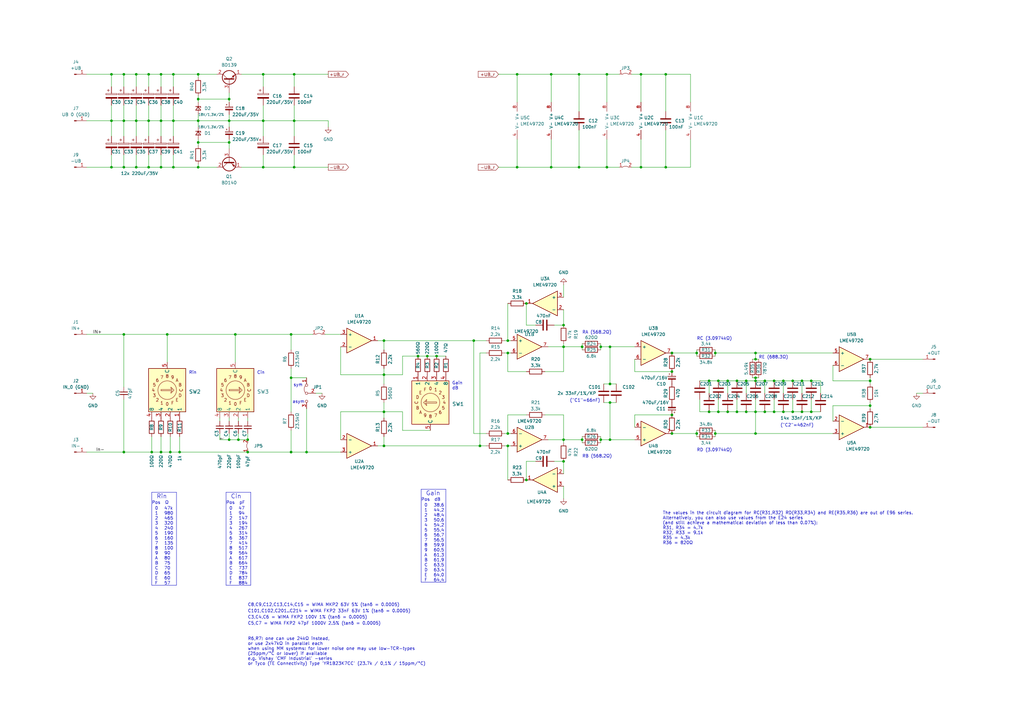
<source format=kicad_sch>
(kicad_sch (version 20231120) (generator "eeschema") (generator_version "8.0")
  (paper "A3")
  (title_block (title "Phono-Preamp: \"Sound Of Silence\" (WIMA Edition)") (rev "1.0.1") (comment 1 "PCB is not the original -> but like the original = exactly the same component placement") (comment 2 "1 layer PCB / all THT components"))
  (lib_symbols
    (symbol "Connector:Conn_01x01_Male" (pin_names (offset 1.016) hide)
      (property "Reference" "J" (at 0 2.54 0))
      (property "Value" "Conn_01x01_Male" (at 0 -2.54 0))
      (symbol "Conn_01x01_Male_1_1"
        (pin passive line (at 5.08 0 180) (length 3.81) (name "Pin_1") (number "1"))
      )
    )
    (symbol "Device:C" (pin_numbers hide) (pin_names (offset 0.254))
      (property "Reference" "C" (at 0.635 2.54 0))
      (property "Value" "C" (at 0.635 -2.54 0))
      (symbol "C_1_1"
        (pin passive line (at 0 3.81 270) (length 2.794) (name "~") (number "1"))
        (pin passive line (at 0 -3.81 90) (length 2.794) (name "~") (number "2"))
      )
    )
    (symbol "Device:C_Polarized" (pin_numbers hide) (pin_names (offset 0.254))
      (property "Reference" "C" (at 0.635 2.54 0))
      (property "Value" "C_Polarized" (at 0.635 -2.54 0))
      (symbol "C_Polarized_1_1"
        (pin passive line (at 0 3.81 270) (length 2.794) (name "~") (number "1"))
        (pin passive line (at 0 -3.81 90) (length 2.794) (name "~") (number "2"))
      )
    )
    (symbol "Device:C_Polarized_Small" (pin_numbers hide) (pin_names (offset 0.254) hide)
      (property "Reference" "C" (at 0.254 1.778 0))
      (property "Value" "C_Polarized_Small" (at 0.254 -2.032 0))
      (symbol "C_Polarized_Small_1_1"
        (pin passive line (at 0 2.54 270) (length 1.8542) (name "~") (number "1"))
        (pin passive line (at 0 -2.54 90) (length 1.8542) (name "~") (number "2"))
      )
    )
    (symbol "Device:C_Small" (pin_numbers hide) (pin_names (offset 0.254) hide)
      (property "Reference" "C" (at 0.254 1.778 0))
      (property "Value" "C_Small" (at 0.254 -2.032 0))
      (symbol "C_Small_1_1"
        (pin passive line (at 0 2.54 270) (length 2.032) (name "~") (number "1"))
        (pin passive line (at 0 -2.54 90) (length 2.032) (name "~") (number "2"))
      )
    )
    (symbol "Device:D_Zener_Small" (pin_numbers hide) (pin_names (offset 0.254) hide)
      (property "Reference" "D" (at 0 2.286 0))
      (property "Value" "D_Zener_Small" (at 0 -2.286 0))
      (symbol "D_Zener_Small_1_1"
        (pin passive line (at -2.54 0 0) (length 1.778) (name "K") (number "1"))
        (pin passive line (at 2.54 0 180) (length 1.778) (name "A") (number "2"))
      )
    )
    (symbol "Device:Opamp_Dual"
      (property "Reference" "U" (at 0 5.08 0))
      (property "Value" "Opamp_Dual" (at 0 -5.08 0))
      (symbol "Opamp_Dual_1_1"
        (pin output line (at 7.62 0 180) (length 2.54) (name "~") (number "1"))
        (pin input line (at -7.62 -2.54 0) (length 2.54) (name "-") (number "2"))
        (pin input line (at -7.62 2.54 0) (length 2.54) (name "+") (number "3"))
      )
      (symbol "Opamp_Dual_2_1"
        (pin input line (at -7.62 2.54 0) (length 2.54) (name "+") (number "5"))
        (pin input line (at -7.62 -2.54 0) (length 2.54) (name "-") (number "6"))
        (pin output line (at 7.62 0 180) (length 2.54) (name "~") (number "7"))
      )
      (symbol "Opamp_Dual_3_1"
        (pin power_in line (at -2.54 -7.62 90) (length 3.81) (name "V-") (number "4"))
        (pin power_in line (at -2.54 7.62 270) (length 3.81) (name "V+") (number "8"))
      )
    )
    (symbol "Device:R" (pin_numbers hide) (pin_names (offset 0))
      (property "Reference" "R" (at 2.032 0 90))
      (property "Value" "R" (at 0 0 90))
      (symbol "R_1_1"
        (pin passive line (at 0 3.81 270) (length 1.27) (name "~") (number "1"))
        (pin passive line (at 0 -3.81 90) (length 1.27) (name "~") (number "2"))
      )
    )
    (symbol "Jumper:Jumper_3_Bridged12" (pin_names (offset 0) hide)
      (property "Reference" "JP" (at -2.54 -2.54 0))
      (property "Value" "Jumper_3_Bridged12" (at 0 2.794 0))
      (symbol "Jumper_3_Bridged12_1_1"
        (pin passive line (at -6.35 0 0) (length 2.54) (name "A") (number "1"))
        (pin input line (at 0 -3.81 90) (length 2.54) (name "C") (number "2"))
        (pin passive line (at 6.35 0 180) (length 2.54) (name "B") (number "3"))
      )
    )
    (symbol "Transistor_BJT:BD139" (pin_names (offset 0) hide)
      (property "Reference" "Q" (at 5.08 1.905 0))
      (property "Value" "BD139" (at 5.08 0 0))
      (symbol "BD139_1_1"
        (pin passive line (at 2.54 -5.08 90) (length 2.54) (name "E") (number "1"))
        (pin passive line (at 2.54 5.08 270) (length 2.54) (name "C") (number "2"))
        (pin input line (at -5.08 0 0) (length 5.08) (name "B") (number "3"))
      )
    )
    (symbol "Transistor_BJT:BD140" (pin_names (offset 0) hide)
      (property "Reference" "Q" (at 5.08 1.905 0))
      (property "Value" "BD140" (at 5.08 0 0))
      (symbol "BD140_1_1"
        (pin passive line (at 2.54 -5.08 90) (length 2.54) (name "E") (number "1"))
        (pin passive line (at 2.54 5.08 270) (length 2.54) (name "C") (number "2"))
        (pin input line (at -5.08 0 0) (length 5.08) (name "B") (number "3"))
      )
    )
    (symbol "analoghifi:DRS4010" (pin_names (offset 0.254))
      (property "Reference" "SW" (at 0 13.97 0))
      (property "Value" "DRS4010" (at 0 11.43 0))
      (symbol "DRS4010_0_0"
        (text "0" (at 5.715 0 2700) (effects (font (size 1.27 1.27))))
        (text "1" (at 5.2832 -2.1844 2475) (effects (font (size 1.27 1.27))))
        (text "2" (at 4.0386 -4.0386 2250) (effects (font (size 1.27 1.27))))
        (text "3" (at 2.1844 -5.2832 2025) (effects (font (size 1.27 1.27))))
        (text "4" (at 0 -5.715 1800) (effects (font (size 1.27 1.27))))
        (text "5" (at -2.1844 -5.2832 1575) (effects (font (size 1.27 1.27))))
        (text "6" (at -4.0386 -4.0386 1350) (effects (font (size 1.27 1.27))))
        (text "7" (at -5.2832 -2.1844 1125) (effects (font (size 1.27 1.27))))
        (text "8" (at -5.715 0 900) (effects (font (size 1.27 1.27))))
        (text "9" (at -5.2832 2.1844 675) (effects (font (size 1.27 1.27))))
        (text "A" (at -4.0386 4.0386 450) (effects (font (size 1.27 1.27))))
        (text "B" (at -2.1844 5.2832 225) (effects (font (size 1.27 1.27))))
        (text "C" (at 0 5.715 0) (effects (font (size 1.27 1.27))))
        (text "D" (at 2.1844 5.2832 3375) (effects (font (size 1.27 1.27))))
        (text "E" (at 4.0386 4.0386 3150) (effects (font (size 1.27 1.27))))
        (text "F" (at 5.2832 2.1844 2925) (effects (font (size 1.27 1.27))))
      )
      (symbol "DRS4010_1_1"
        (pin unspecified line (at 11.43 5.08 180) (length 2.54) (name "1") (number "1"))
        (pin unspecified line (at 11.43 1.27 180) (length 2.54) (name "2") (number "2"))
        (pin unspecified line (at 11.43 -2.54 180) (length 2.54) (name "4") (number "3"))
        (pin unspecified line (at 11.43 -6.35 180) (length 2.54) (name "8") (number "4"))
        (pin unspecified line (at -11.43 0 0) (length 2.54) (name "C") (number "5"))
      )
    )
    (symbol "analoghifi:Jumper_2_Bridged" (pin_names (offset 0) hide)
      (property "Reference" "JP" (at 0 1.905 0))
      (property "Value" "Jumper_2_Bridged" (at 0 -2.54 0))
      (symbol "Jumper_2_Bridged_1_1"
        (pin passive line (at -2.54 0 0) (length 1.27) (name "A") (number "1"))
        (pin passive line (at 2.54 0 180) (length 1.27) (name "B") (number "2"))
      )
    )
    (symbol "power:GND" (power) (pin_names (offset 0))
      (property "Value" "GND" (at 0 -3.81 0))
      (symbol "GND_1_1"
        (pin power_in line (at 0 0 270) (length 0) hide (name "GND") (number "1"))
      )
    )
  )
  (junction (at 62.23 185.42))
  (junction (at 81.28 40.64))
  (junction (at 119.38 137.16))
  (junction (at 313.69 156.21))
  (junction (at 101.6 185.42))
  (junction (at 231.14 180.34))
  (junction (at 45.72 30.48))
  (junction (at 119.38 185.42))
  (junction (at 237.49 30.48))
  (junction (at 93.98 49.53))
  (junction (at 81.28 30.48))
  (junction (at 237.49 68.58))
  (junction (at 309.88 147.32))
  (junction (at 157.48 182.88))
  (junction (at 120.65 30.48))
  (junction (at 285.75 144.78))
  (junction (at 317.5 156.21))
  (junction (at 332.74 168.91))
  (junction (at 250.19 157.48))
  (junction (at 66.04 68.58))
  (junction (at 262.89 30.48))
  (junction (at 69.85 185.42))
  (junction (at 157.48 153.67))
  (junction (at 175.26 146.05))
  (junction (at 293.37 177.8))
  (junction (at 120.65 49.53))
  (junction (at 208.28 177.8))
  (junction (at 275.59 170.18))
  (junction (at 208.28 182.88))
  (junction (at 60.96 68.58))
  (junction (at 66.04 185.42))
  (junction (at 215.9 124.46))
  (junction (at 50.8 68.58))
  (junction (at 194.31 139.7))
  (junction (at 309.88 168.91))
  (junction (at 293.37 144.78))
  (junction (at 120.65 68.58))
  (junction (at 250.19 180.34))
  (junction (at 317.5 168.91))
  (junction (at 119.38 154.94))
  (junction (at 294.64 156.21))
  (junction (at 81.28 68.58))
  (junction (at 306.07 156.21))
  (junction (at 45.72 68.58))
  (junction (at 93.98 180.34))
  (junction (at 309.88 177.8))
  (junction (at 231.14 133.35))
  (junction (at 97.79 180.34))
  (junction (at 157.48 139.7))
  (junction (at 248.92 30.48))
  (junction (at 107.95 68.58))
  (junction (at 275.59 152.4))
  (junction (at 325.12 156.21))
  (junction (at 208.28 144.78))
  (junction (at 68.58 137.16))
  (junction (at 55.88 30.48))
  (junction (at 309.88 154.94))
  (junction (at 302.26 168.91))
  (junction (at 250.19 165.1))
  (junction (at 107.95 49.53))
  (junction (at 238.76 180.34))
  (junction (at 55.88 68.58))
  (junction (at 226.06 68.58))
  (junction (at 208.28 139.7))
  (junction (at 328.93 156.21))
  (junction (at 321.31 156.21))
  (junction (at 246.38 180.34))
  (junction (at 73.66 185.42))
  (junction (at 356.87 147.32))
  (junction (at 273.05 30.48))
  (junction (at 107.95 30.48))
  (junction (at 294.64 168.91))
  (junction (at 356.87 166.37))
  (junction (at 71.12 30.48))
  (junction (at 60.96 30.48))
  (junction (at 157.48 168.91))
  (junction (at 309.88 156.21))
  (junction (at 321.31 168.91))
  (junction (at 50.8 30.48))
  (junction (at 306.07 168.91))
  (junction (at 50.8 49.53))
  (junction (at 45.72 49.53))
  (junction (at 60.96 49.53))
  (junction (at 55.88 49.53))
  (junction (at 66.04 49.53))
  (junction (at 231.14 142.24))
  (junction (at 81.28 49.53))
  (junction (at 298.45 168.91))
  (junction (at 93.98 40.64))
  (junction (at 332.74 156.21))
  (junction (at 215.9 196.85))
  (junction (at 171.45 146.05))
  (junction (at 96.52 137.16))
  (junction (at 273.05 68.58))
  (junction (at 250.19 142.24))
  (junction (at 298.45 156.21))
  (junction (at 125.73 185.42))
  (junction (at 71.12 68.58))
  (junction (at 71.12 49.53))
  (junction (at 81.28 58.42))
  (junction (at 238.76 142.24))
  (junction (at 212.09 68.58))
  (junction (at 325.12 168.91))
  (junction (at 196.85 182.88))
  (junction (at 262.89 68.58))
  (junction (at 309.88 144.78))
  (junction (at 313.69 168.91))
  (junction (at 226.06 30.48))
  (junction (at 356.87 175.26))
  (junction (at 248.92 68.58))
  (junction (at 93.98 58.42))
  (junction (at 179.07 146.05))
  (junction (at 246.38 142.24))
  (junction (at 101.6 180.34))
  (junction (at 66.04 30.48))
  (junction (at 275.59 177.8))
  (junction (at 50.8 185.42))
  (junction (at 275.59 144.78))
  (junction (at 212.09 30.48))
  (junction (at 328.93 168.91))
  (junction (at 231.14 189.23))
  (junction (at 285.75 177.8))
  (junction (at 302.26 156.21))
  (junction (at 290.83 168.91))
  (junction (at 50.8 137.16))
  (junction (at 290.83 156.21))
  (junction (at 356.87 156.21))
  (wire (pts (xy 273.05 53.34) (xy 273.05 68.58)))
  (wire (pts (xy 66.04 49.53) (xy 66.04 55.88)))
  (wire (pts (xy 259.08 68.58) (xy 262.89 68.58)))
  (wire (pts (xy 66.04 63.5) (xy 66.04 68.58)))
  (wire (pts (xy 66.04 185.42) (xy 69.85 185.42)))
  (wire (pts (xy 194.31 139.7) (xy 194.31 177.8)))
  (wire (pts (xy 81.28 67.31) (xy 81.28 68.58)))
  (wire (pts (xy 238.76 142.24) (xy 231.14 142.24)))
  (wire (pts (xy 306.07 168.91) (xy 309.88 168.91)))
  (wire (pts (xy 194.31 139.7) (xy 199.39 139.7)))
  (wire (pts (xy 293.37 177.8) (xy 309.88 177.8)))
  (wire (pts (xy 231.14 199.39) (xy 231.14 204.47)))
  (wire (pts (xy 309.88 144.78) (xy 309.88 147.32)))
  (wire (pts (xy 293.37 144.78) (xy 293.37 146.05)))
  (wire (pts (xy 97.79 180.34) (xy 93.98 180.34)))
  (wire (pts (xy 275.59 152.4) (xy 260.35 152.4)))
  (wire (pts (xy 356.87 147.32) (xy 378.46 147.32)))
  (wire (pts (xy 81.28 30.48) (xy 81.28 31.75)))
  (wire (pts (xy 308.61 154.94) (xy 309.88 154.94)))
  (wire (pts (xy 107.95 49.53) (xy 120.65 49.53)))
  (wire (pts (xy 157.48 168.91) (xy 139.7 168.91)))
  (wire (pts (xy 165.1 146.05) (xy 165.1 153.67)))
  (wire (pts (xy 66.04 49.53) (xy 71.12 49.53)))
  (wire (pts (xy 207.01 139.7) (xy 208.28 139.7)))
  (wire (pts (xy 207.01 182.88) (xy 208.28 182.88)))
  (wire (pts (xy 306.07 156.21) (xy 306.07 161.29)))
  (wire (pts (xy 119.38 137.16) (xy 128.27 137.16)))
  (wire (pts (xy 97.79 177.8) (xy 97.79 180.34)))
  (wire (pts (xy 309.88 154.94) (xy 309.88 156.21)))
  (wire (pts (xy 165.1 153.67) (xy 157.48 153.67)))
  (wire (pts (xy 356.87 156.21) (xy 341.63 156.21)))
  (wire (pts (xy 119.38 151.13) (xy 119.38 154.94)))
  (wire (pts (xy 107.95 68.58) (xy 120.65 68.58)))
  (polyline (pts (xy 92.71 201.93) (xy 102.87 201.93)) (stroke (width 0) (type solid)))
  (wire (pts (xy 119.38 154.94) (xy 119.38 168.91)))
  (wire (pts (xy 313.69 156.21) (xy 317.5 156.21)))
  (wire (pts (xy 81.28 30.48) (xy 88.9 30.48)))
  (wire (pts (xy 93.98 177.8) (xy 93.98 180.34)))
  (wire (pts (xy 321.31 156.21) (xy 321.31 161.29)))
  (wire (pts (xy 341.63 156.21) (xy 341.63 149.86)))
  (wire (pts (xy 66.04 68.58) (xy 71.12 68.58)))
  (wire (pts (xy 45.72 49.53) (xy 50.8 49.53)))
  (wire (pts (xy 208.28 170.18) (xy 208.28 177.8)))
  (wire (pts (xy 60.96 68.58) (xy 66.04 68.58)))
  (wire (pts (xy 208.28 182.88) (xy 208.28 196.85)))
  (wire (pts (xy 309.88 147.32) (xy 308.61 147.32)))
  (wire (pts (xy 199.39 177.8) (xy 194.31 177.8)))
  (wire (pts (xy 55.88 49.53) (xy 55.88 55.88)))
  (wire (pts (xy 69.85 179.07) (xy 69.85 185.42)))
  (wire (pts (xy 231.14 152.4) (xy 223.52 152.4)))
  (wire (pts (xy 298.45 156.21) (xy 298.45 161.29)))
  (wire (pts (xy 302.26 156.21) (xy 306.07 156.21)))
  (wire (pts (xy 294.64 168.91) (xy 298.45 168.91)))
  (wire (pts (xy 248.92 30.48) (xy 248.92 41.91)))
  (wire (pts (xy 227.33 133.35) (xy 231.14 133.35)))
  (wire (pts (xy 375.92 161.29) (xy 378.46 161.29)))
  (wire (pts (xy 134.62 49.53) (xy 134.62 52.07)))
  (wire (pts (xy 165.1 176.53) (xy 176.53 176.53)))
  (wire (pts (xy 35.56 185.42) (xy 50.8 185.42)))
  (wire (pts (xy 231.14 121.92) (xy 231.14 116.84)))
  (wire (pts (xy 237.49 53.34) (xy 237.49 68.58)))
  (wire (pts (xy 285.75 143.51) (xy 285.75 144.78)))
  (wire (pts (xy 165.1 168.91) (xy 157.48 168.91)))
  (wire (pts (xy 298.45 156.21) (xy 302.26 156.21)))
  (wire (pts (xy 139.7 153.67) (xy 139.7 142.24)))
  (wire (pts (xy 157.48 165.1) (xy 157.48 168.91)))
  (polyline (pts (xy 182.88 238.76) (xy 182.88 200.66)) (stroke (width 0) (type solid)))
  (wire (pts (xy 35.56 30.48) (xy 45.72 30.48)))
  (wire (pts (xy 93.98 49.53) (xy 107.95 49.53)))
  (wire (pts (xy 238.76 140.97) (xy 238.76 142.24)))
  (wire (pts (xy 90.17 177.8) (xy 90.17 180.34)))
  (wire (pts (xy 50.8 163.83) (xy 50.8 185.42)))
  (wire (pts (xy 302.26 163.83) (xy 302.26 168.91)))
  (wire (pts (xy 73.66 179.07) (xy 73.66 185.42)))
  (wire (pts (xy 179.07 146.05) (xy 182.88 146.05)))
  (wire (pts (xy 50.8 63.5) (xy 50.8 68.58)))
  (wire (pts (xy 226.06 30.48) (xy 226.06 41.91)))
  (wire (pts (xy 120.65 30.48) (xy 120.65 35.56)))
  (wire (pts (xy 60.96 30.48) (xy 66.04 30.48)))
  (wire (pts (xy 238.76 142.24) (xy 238.76 143.51)))
  (wire (pts (xy 45.72 49.53) (xy 45.72 55.88)))
  (wire (pts (xy 68.58 137.16) (xy 96.52 137.16)))
  (wire (pts (xy 62.23 185.42) (xy 66.04 185.42)))
  (wire (pts (xy 154.94 182.88) (xy 157.48 182.88)))
  (wire (pts (xy 171.45 146.05) (xy 175.26 146.05)))
  (wire (pts (xy 50.8 49.53) (xy 50.8 55.88)))
  (wire (pts (xy 81.28 46.99) (xy 81.28 49.53)))
  (wire (pts (xy 71.12 68.58) (xy 81.28 68.58)))
  (wire (pts (xy 60.96 49.53) (xy 66.04 49.53)))
  (wire (pts (xy 204.47 68.58) (xy 212.09 68.58)))
  (wire (pts (xy 285.75 177.8) (xy 285.75 179.07)))
  (wire (pts (xy 157.48 153.67) (xy 157.48 157.48)))
  (wire (pts (xy 248.92 68.58) (xy 254 68.58)))
  (wire (pts (xy 247.65 165.1) (xy 250.19 165.1)))
  (wire (pts (xy 66.04 179.07) (xy 66.04 185.42)))
  (wire (pts (xy 119.38 176.53) (xy 119.38 185.42)))
  (wire (pts (xy 328.93 168.91) (xy 332.74 168.91)))
  (wire (pts (xy 50.8 137.16) (xy 68.58 137.16)))
  (wire (pts (xy 321.31 168.91) (xy 325.12 168.91)))
  (wire (pts (xy 325.12 168.91) (xy 328.93 168.91)))
  (wire (pts (xy 93.98 38.1) (xy 93.98 40.64)))
  (wire (pts (xy 55.88 49.53) (xy 60.96 49.53)))
  (wire (pts (xy 238.76 180.34) (xy 238.76 181.61)))
  (wire (pts (xy 231.14 180.34) (xy 238.76 180.34)))
  (wire (pts (xy 215.9 124.46) (xy 215.9 133.35)))
  (wire (pts (xy 356.87 175.26) (xy 378.46 175.26)))
  (wire (pts (xy 35.56 49.53) (xy 45.72 49.53)))
  (wire (pts (xy 45.72 30.48) (xy 45.72 35.56)))
  (wire (pts (xy 246.38 179.07) (xy 246.38 180.34)))
  (wire (pts (xy 332.74 168.91) (xy 336.55 168.91)))
  (wire (pts (xy 55.88 43.18) (xy 55.88 49.53)))
  (wire (pts (xy 68.58 137.16) (xy 68.58 148.59)))
  (wire (pts (xy 71.12 30.48) (xy 81.28 30.48)))
  (wire (pts (xy 273.05 30.48) (xy 273.05 45.72)))
  (wire (pts (xy 35.56 137.16) (xy 50.8 137.16)))
  (wire (pts (xy 93.98 57.15) (xy 93.98 58.42)))
  (wire (pts (xy 71.12 43.18) (xy 71.12 49.53)))
  (wire (pts (xy 273.05 30.48) (xy 283.21 30.48)))
  (wire (pts (xy 290.83 168.91) (xy 294.64 168.91)))
  (wire (pts (xy 224.79 142.24) (xy 231.14 142.24)))
  (wire (pts (xy 107.95 30.48) (xy 120.65 30.48)))
  (wire (pts (xy 207.01 177.8) (xy 208.28 177.8)))
  (wire (pts (xy 231.14 180.34) (xy 231.14 181.61)))
  (wire (pts (xy 81.28 68.58) (xy 88.9 68.58)))
  (wire (pts (xy 231.14 189.23) (xy 227.33 189.23)))
  (wire (pts (xy 237.49 30.48) (xy 248.92 30.48)))
  (wire (pts (xy 35.56 68.58) (xy 45.72 68.58)))
  (wire (pts (xy 237.49 68.58) (xy 248.92 68.58)))
  (wire (pts (xy 101.6 180.34) (xy 97.79 180.34)))
  (wire (pts (xy 50.8 68.58) (xy 55.88 68.58)))
  (wire (pts (xy 311.15 147.32) (xy 309.88 147.32)))
  (wire (pts (xy 212.09 57.15) (xy 212.09 68.58)))
  (wire (pts (xy 157.48 168.91) (xy 157.48 171.45)))
  (wire (pts (xy 275.59 144.78) (xy 285.75 144.78)))
  (wire (pts (xy 309.88 168.91) (xy 313.69 168.91)))
  (wire (pts (xy 231.14 170.18) (xy 231.14 180.34)))
  (wire (pts (xy 212.09 30.48) (xy 226.06 30.48)))
  (wire (pts (xy 302.26 168.91) (xy 306.07 168.91)))
  (wire (pts (xy 250.19 165.1) (xy 252.73 165.1)))
  (wire (pts (xy 129.54 161.29) (xy 132.08 161.29)))
  (wire (pts (xy 226.06 68.58) (xy 237.49 68.58)))
  (wire (pts (xy 93.98 58.42) (xy 93.98 60.96)))
  (wire (pts (xy 157.48 139.7) (xy 194.31 139.7)))
  (wire (pts (xy 317.5 163.83) (xy 317.5 168.91)))
  (wire (pts (xy 69.85 185.42) (xy 73.66 185.42)))
  (wire (pts (xy 107.95 49.53) (xy 107.95 55.88)))
  (wire (pts (xy 317.5 168.91) (xy 321.31 168.91)))
  (wire (pts (xy 157.48 182.88) (xy 157.48 179.07)))
  (wire (pts (xy 356.87 156.21) (xy 356.87 157.48)))
  (wire (pts (xy 260.35 170.18) (xy 260.35 175.26)))
  (wire (pts (xy 60.96 43.18) (xy 60.96 49.53)))
  (wire (pts (xy 250.19 157.48) (xy 252.73 157.48)))
  (wire (pts (xy 325.12 156.21) (xy 328.93 156.21)))
  (wire (pts (xy 154.94 139.7) (xy 157.48 139.7)))
  (polyline (pts (xy 62.23 201.93) (xy 62.23 240.03)) (stroke (width 0) (type solid)))
  (wire (pts (xy 35.56 161.29) (xy 38.1 161.29)))
  (polyline (pts (xy 92.71 240.03) (xy 102.87 240.03)) (stroke (width 0) (type solid)))
  (wire (pts (xy 309.88 154.94) (xy 311.15 154.94)))
  (wire (pts (xy 157.48 182.88) (xy 196.85 182.88)))
  (wire (pts (xy 208.28 144.78) (xy 208.28 152.4)))
  (wire (pts (xy 157.48 139.7) (xy 157.48 143.51)))
  (wire (pts (xy 208.28 152.4) (xy 215.9 152.4)))
  (wire (pts (xy 262.89 30.48) (xy 262.89 41.91)))
  (wire (pts (xy 107.95 30.48) (xy 107.95 35.56)))
  (wire (pts (xy 356.87 166.37) (xy 356.87 167.64)))
  (wire (pts (xy 260.35 152.4) (xy 260.35 147.32)))
  (wire (pts (xy 120.65 49.53) (xy 120.65 55.88)))
  (wire (pts (xy 283.21 68.58) (xy 283.21 57.15)))
  (wire (pts (xy 101.6 172.72) (xy 101.6 171.45)))
  (wire (pts (xy 55.88 30.48) (xy 60.96 30.48)))
  (wire (pts (xy 262.89 57.15) (xy 262.89 68.58)))
  (wire (pts (xy 125.73 185.42) (xy 139.7 185.42)))
  (wire (pts (xy 60.96 30.48) (xy 60.96 35.56)))
  (wire (pts (xy 93.98 172.72) (xy 93.98 171.45)))
  (wire (pts (xy 45.72 63.5) (xy 45.72 68.58)))
  (wire (pts (xy 208.28 182.88) (xy 209.55 182.88)))
  (wire (pts (xy 298.45 168.91) (xy 302.26 168.91)))
  (wire (pts (xy 293.37 143.51) (xy 293.37 144.78)))
  (wire (pts (xy 321.31 156.21) (xy 325.12 156.21)))
  (wire (pts (xy 45.72 30.48) (xy 50.8 30.48)))
  (wire (pts (xy 246.38 180.34) (xy 250.19 180.34)))
  (wire (pts (xy 81.28 58.42) (xy 93.98 58.42)))
  (wire (pts (xy 81.28 40.64) (xy 81.28 41.91)))
  (wire (pts (xy 50.8 30.48) (xy 50.8 35.56)))
  (wire (pts (xy 165.1 146.05) (xy 171.45 146.05)))
  (wire (pts (xy 66.04 30.48) (xy 66.04 35.56)))
  (wire (pts (xy 262.89 68.58) (xy 273.05 68.58)))
  (wire (pts (xy 309.88 163.83) (xy 309.88 168.91)))
  (wire (pts (xy 223.52 170.18) (xy 231.14 170.18)))
  (wire (pts (xy 309.88 156.21) (xy 313.69 156.21)))
  (wire (pts (xy 157.48 153.67) (xy 139.7 153.67)))
  (wire (pts (xy 73.66 185.42) (xy 101.6 185.42)))
  (wire (pts (xy 231.14 140.97) (xy 231.14 142.24)))
  (wire (pts (xy 97.79 172.72) (xy 97.79 171.45)))
  (wire (pts (xy 219.71 189.23) (xy 215.9 189.23)))
  (wire (pts (xy 290.83 156.21) (xy 294.64 156.21)))
  (wire (pts (xy 250.19 142.24) (xy 260.35 142.24)))
  (wire (pts (xy 238.76 179.07) (xy 238.76 180.34)))
  (wire (pts (xy 208.28 177.8) (xy 209.55 177.8)))
  (wire (pts (xy 207.01 144.78) (xy 208.28 144.78)))
  (wire (pts (xy 204.47 30.48) (xy 212.09 30.48)))
  (wire (pts (xy 66.04 43.18) (xy 66.04 49.53)))
  (wire (pts (xy 93.98 180.34) (xy 90.17 180.34)))
  (wire (pts (xy 231.14 133.35) (xy 231.14 127)))
  (wire (pts (xy 90.17 172.72) (xy 90.17 171.45)))
  (polyline (pts (xy 172.72 238.76) (xy 182.88 238.76)) (stroke (width 0) (type solid)))
  (wire (pts (xy 250.19 165.1) (xy 250.19 180.34)))
  (wire (pts (xy 175.26 146.05) (xy 179.07 146.05)))
  (wire (pts (xy 262.89 30.48) (xy 273.05 30.48)))
  (polyline (pts (xy 72.39 240.03) (xy 72.39 201.93)) (stroke (width 0) (type solid)))
  (wire (pts (xy 356.87 165.1) (xy 356.87 166.37)))
  (wire (pts (xy 208.28 124.46) (xy 208.28 139.7)))
  (wire (pts (xy 165.1 176.53) (xy 165.1 168.91)))
  (wire (pts (xy 120.65 43.18) (xy 120.65 49.53)))
  (wire (pts (xy 45.72 68.58) (xy 50.8 68.58)))
  (wire (pts (xy 93.98 46.99) (xy 93.98 49.53)))
  (wire (pts (xy 50.8 185.42) (xy 62.23 185.42)))
  (wire (pts (xy 275.59 177.8) (xy 285.75 177.8)))
  (wire (pts (xy 328.93 156.21) (xy 332.74 156.21)))
  (wire (pts (xy 50.8 137.16) (xy 50.8 158.75)))
  (wire (pts (xy 199.39 144.78) (xy 196.85 144.78)))
  (wire (pts (xy 287.02 163.83) (xy 287.02 168.91)))
  (wire (pts (xy 294.64 163.83) (xy 294.64 168.91)))
  (wire (pts (xy 125.73 154.94) (xy 119.38 154.94)))
  (wire (pts (xy 107.95 63.5) (xy 107.95 68.58)))
  (polyline (pts (xy 62.23 201.93) (xy 72.39 201.93)) (stroke (width 0) (type solid)))
  (wire (pts (xy 119.38 185.42) (xy 125.73 185.42)))
  (wire (pts (xy 107.95 43.18) (xy 107.95 49.53)))
  (wire (pts (xy 208.28 139.7) (xy 209.55 139.7)))
  (wire (pts (xy 55.88 30.48) (xy 55.88 35.56)))
  (wire (pts (xy 50.8 49.53) (xy 55.88 49.53)))
  (wire (pts (xy 62.23 179.07) (xy 62.23 185.42)))
  (wire (pts (xy 287.02 156.21) (xy 290.83 156.21)))
  (wire (pts (xy 332.74 163.83) (xy 332.74 168.91)))
  (wire (pts (xy 215.9 170.18) (xy 208.28 170.18)))
  (wire (pts (xy 71.12 30.48) (xy 71.12 35.56)))
  (wire (pts (xy 66.04 30.48) (xy 71.12 30.48)))
  (wire (pts (xy 133.35 137.16) (xy 139.7 137.16)))
  (wire (pts (xy 247.65 157.48) (xy 250.19 157.48)))
  (wire (pts (xy 125.73 167.64) (xy 125.73 185.42)))
  (wire (pts (xy 237.49 30.48) (xy 237.49 45.72)))
  (wire (pts (xy 93.98 40.64) (xy 93.98 41.91)))
  (wire (pts (xy 283.21 30.48) (xy 283.21 41.91)))
  (wire (pts (xy 246.38 142.24) (xy 246.38 143.51)))
  (wire (pts (xy 157.48 151.13) (xy 157.48 153.67)))
  (wire (pts (xy 208.28 144.78) (xy 209.55 144.78)))
  (wire (pts (xy 119.38 137.16) (xy 119.38 143.51)))
  (wire (pts (xy 60.96 49.53) (xy 60.96 55.88)))
  (wire (pts (xy 71.12 63.5) (xy 71.12 68.58)))
  (wire (pts (xy 341.63 166.37) (xy 341.63 172.72)))
  (wire (pts (xy 313.69 168.91) (xy 317.5 168.91)))
  (wire (pts (xy 259.08 30.48) (xy 262.89 30.48)))
  (wire (pts (xy 71.12 49.53) (xy 81.28 49.53)))
  (wire (pts (xy 71.12 49.53) (xy 71.12 55.88)))
  (wire (pts (xy 120.65 49.53) (xy 134.62 49.53)))
  (wire (pts (xy 287.02 168.91) (xy 290.83 168.91)))
  (wire (pts (xy 81.28 49.53) (xy 93.98 49.53)))
  (wire (pts (xy 212.09 30.48) (xy 212.09 41.91)))
  (wire (pts (xy 215.9 189.23) (xy 215.9 196.85)))
  (wire (pts (xy 212.09 68.58) (xy 226.06 68.58)))
  (wire (pts (xy 246.38 180.34) (xy 246.38 181.61)))
  (wire (pts (xy 309.88 177.8) (xy 341.63 177.8)))
  (wire (pts (xy 231.14 152.4) (xy 231.14 142.24)))
  (wire (pts (xy 81.28 49.53) (xy 81.28 52.07)))
  (wire (pts (xy 101.6 185.42) (xy 119.38 185.42)))
  (wire (pts (xy 275.59 170.18) (xy 260.35 170.18)))
  (wire (pts (xy 93.98 49.53) (xy 93.98 52.07)))
  (wire (pts (xy 356.87 166.37) (xy 341.63 166.37)))
  (wire (pts (xy 120.65 30.48) (xy 134.62 30.48)))
  (wire (pts (xy 45.72 43.18) (xy 45.72 49.53)))
  (wire (pts (xy 120.65 68.58) (xy 134.62 68.58)))
  (wire (pts (xy 60.96 63.5) (xy 60.96 68.58)))
  (wire (pts (xy 325.12 163.83) (xy 325.12 168.91)))
  (polyline (pts (xy 172.72 200.66) (xy 172.72 238.76)) (stroke (width 0) (type solid)))
  (wire (pts (xy 313.69 156.21) (xy 313.69 161.29)))
  (wire (pts (xy 224.79 180.34) (xy 231.14 180.34)))
  (wire (pts (xy 196.85 144.78) (xy 196.85 182.88)))
  (wire (pts (xy 55.88 63.5) (xy 55.88 68.58)))
  (wire (pts (xy 294.64 156.21) (xy 298.45 156.21)))
  (wire (pts (xy 139.7 168.91) (xy 139.7 180.34)))
  (wire (pts (xy 81.28 40.64) (xy 93.98 40.64)))
  (wire (pts (xy 120.65 63.5) (xy 120.65 68.58)))
  (wire (pts (xy 285.75 144.78) (xy 285.75 146.05)))
  (wire (pts (xy 293.37 177.8) (xy 293.37 179.07)))
  (wire (pts (xy 290.83 156.21) (xy 290.83 161.29)))
  (wire (pts (xy 293.37 176.53) (xy 293.37 177.8)))
  (wire (pts (xy 328.93 156.21) (xy 328.93 161.29)))
  (wire (pts (xy 309.88 168.91) (xy 309.88 177.8)))
  (polyline (pts (xy 62.23 240.03) (xy 72.39 240.03)) (stroke (width 0) (type solid)))
  (wire (pts (xy 336.55 156.21) (xy 332.74 156.21)))
  (polyline (pts (xy 92.71 201.93) (xy 92.71 240.03)) (stroke (width 0) (type solid)))
  (wire (pts (xy 215.9 133.35) (xy 219.71 133.35)))
  (wire (pts (xy 50.8 43.18) (xy 50.8 49.53)))
  (wire (pts (xy 99.06 68.58) (xy 107.95 68.58)))
  (wire (pts (xy 336.55 161.29) (xy 336.55 156.21)))
  (wire (pts (xy 317.5 156.21) (xy 321.31 156.21)))
  (wire (pts (xy 96.52 137.16) (xy 96.52 148.59)))
  (wire (pts (xy 246.38 140.97) (xy 246.38 142.24)))
  (wire (pts (xy 356.87 154.94) (xy 356.87 156.21)))
  (wire (pts (xy 285.75 176.53) (xy 285.75 177.8)))
  (polyline (pts (xy 102.87 240.03) (xy 102.87 201.93)) (stroke (width 0) (type solid)))
  (wire (pts (xy 96.52 137.16) (xy 119.38 137.16)))
  (wire (pts (xy 81.28 57.15) (xy 81.28 58.42)))
  (wire (pts (xy 231.14 194.31) (xy 231.14 189.23)))
  (wire (pts (xy 293.37 144.78) (xy 309.88 144.78)))
  (wire (pts (xy 81.28 39.37) (xy 81.28 40.64)))
  (wire (pts (xy 250.19 180.34) (xy 260.35 180.34)))
  (wire (pts (xy 101.6 177.8) (xy 101.6 180.34)))
  (wire (pts (xy 248.92 57.15) (xy 248.92 68.58)))
  (wire (pts (xy 273.05 68.58) (xy 283.21 68.58)))
  (wire (pts (xy 226.06 30.48) (xy 237.49 30.48)))
  (wire (pts (xy 99.06 30.48) (xy 107.95 30.48)))
  (polyline (pts (xy 172.72 200.66) (xy 182.88 200.66)) (stroke (width 0) (type solid)))
  (wire (pts (xy 226.06 57.15) (xy 226.06 68.58)))
  (wire (pts (xy 246.38 142.24) (xy 250.19 142.24)))
  (wire (pts (xy 50.8 30.48) (xy 55.88 30.48)))
  (wire (pts (xy 309.88 144.78) (xy 341.63 144.78)))
  (wire (pts (xy 196.85 182.88) (xy 199.39 182.88)))
  (wire (pts (xy 248.92 30.48) (xy 254 30.48)))
  (wire (pts (xy 306.07 156.21) (xy 309.88 156.21)))
  (wire (pts (xy 81.28 58.42) (xy 81.28 59.69)))
  (wire (pts (xy 250.19 142.24) (xy 250.19 157.48)))
  (wire (pts (xy 55.88 68.58) (xy 60.96 68.58)))
  (text "RE (688.3Ω)" (at 311.15 147.32 0) (effects (font (size 1.27 1.27)) (justify left bottom)))
  (text "Cin" (at 105.41 153.67 0) (effects (font (size 1.27 1.27)) (justify left bottom)))
  (text "RD (3.0974kΩ)" (at 285.75 185.42 0) (effects (font (size 1.27 1.27)) (justify left bottom)))
  (text "0\n1\n2\n3\n4\n5\n6\n7\n8\n9\nA\nB\nC\nD\nE\nF" (at 173.99 238.76 0) (effects (font (size 1.27 1.27)) (justify left bottom)))
  (text "asym" (at 119.9092 165.6004 0) (effects (font (size 1.27 1.27)) (justify left bottom)))
  (text "C3,C4,C6 = WIMA FKP2 100V 1% (tanδ = 0.0005)" (at 101.6 254 0) (effects (font (size 1.27 1.27)) (justify left bottom)))
  (text "(\"C1\"=66nF)" (at 233.68 165.1 0) (effects (font (size 1.27 1.27)) (justify left bottom)))
  (text "Pos  Ω" (at 62.23 207.01 0) (effects (font (size 1.27 1.27)) (justify left bottom)))
  (text "RB (568.2Ω)" (at 238.76 187.96 0) (effects (font (size 1.27 1.27)) (justify left bottom)))
  (text "Pos  dB" (at 172.72 205.74 0) (effects (font (size 1.27 1.27)) (justify left bottom)))
  (text "47k\n980\n465\n320\n240\n190\n160\n135\n100\n90\n80\n75\n70\n65\n60\n57" (at 67.31 240.03 0) (effects (font (size 1.27 1.27)) (justify left bottom)))
  (text "Cin" (at 94.6526 204.7574 0) (effects (font (size 1.75 1.75)) (justify left bottom)))
  (text "R6,R7: one can use 24kΩ instead,\nor use 2x47kΩ in parallel each\nwhen using MM systems: for lower noise one may use low-TCR-types \n(25ppm/°C or lower) if available\ne.g. Vishay 'CMF Industrial' -series \nor Tyco (TE Connectivity) Type 'YR1B23K7CC' (23.7k / 0,1% / 15ppm/°C)" (at 101.6 273.05 0) (effects (font (size 1.27 1.27)) (justify left bottom)))
  (text "Gain" (at 174.6626 203.4874 0) (effects (font (size 1.75 1.75)) (justify left bottom)))
  (text "Rin" (at 64.1726 204.7574 0) (effects (font (size 1.75 1.75)) (justify left bottom)))
  (text "sym" (at 120.3244 158.7332 0) (effects (font (size 1.27 1.27)) (justify left bottom)))
  (text "Rin" (at 77.47 153.67 0) (effects (font (size 1.27 1.27)) (justify left bottom)))
  (text "The values in the circuit diagram for RC(R31,R32) RD(R33,R34) and RE(R35,R36) are out of E96 series.\nAlternatively, you can also use values from the E24 series \n(and still achieve a mathematical deviation of less than 0.07%):\nR31, R34 = 4.7k\nR32, R33 = 9.1k\nR35 = 4.3k\nR36 = 820Ω" (at 271.78 223.52 0) (effects (font (size 1.27 1.27)) (justify left bottom)))
  (text "C8,C9,C12,C13,C14,C15 = WIMA MKP2 63V 5% (tanδ = 0.0005)" (at 101.6 248.92 0) (effects (font (size 1.27 1.27)) (justify left bottom)))
  (text "Gain\ndB" (at 185.42 160.02 0) (effects (font (size 1.27 1.27)) (justify left bottom)))
  (text "C5,C7 = WIMA FKP2 47pF 1000V 2.5% (tanδ = 0.0005)" (at 101.6 256.54 0) (effects (font (size 1.27 1.27)) (justify left bottom)))
  (text "47\n94\n147\n194\n267\n314\n367\n414\n517\n564\n617\n664\n737\n784\n837\n884" (at 97.79 240.03 0) (effects (font (size 1.27 1.27)) (justify left bottom)))
  (text "C101,C102,C201..C214 = WIMA FKP2 33nF 63V 1% (tanδ = 0.0005)" (at 101.6 251.46 0) (effects (font (size 1.27 1.27)) (justify left bottom)))
  (text "0\n1\n2\n3\n4\n5\n6\n7\n8\n9\nA\nB\nC\nD\nE\nF" (at 63.5 240.03 0) (effects (font (size 1.27 1.27)) (justify left bottom)))
  (text "38,6\n44,2\n48,4\n50,6\n54,2\n55,4\n56,7\n56,5\n59,9\n60,5\n61,3\n61,9\n63,5\n63,4\n64,0\n64,4" (at 177.8 238.76 0) (effects (font (size 1.27 1.27)) (justify left bottom)))
  (text "RA (568.2Ω)" (at 238.76 137.16 0) (effects (font (size 1.27 1.27)) (justify left bottom)))
  (text "RC (3.0974kΩ)" (at 285.75 139.7 0) (effects (font (size 1.27 1.27)) (justify left bottom)))
  (text "Pos  pF" (at 92.71 207.01 0) (effects (font (size 1.27 1.27)) (justify left bottom)))
  (text "0\n1\n2\n3\n4\n5\n6\n7\n8\n9\nA\nB\nC\nD\nE\nF" (at 93.98 240.03 0) (effects (font (size 1.27 1.27)) (justify left bottom)))
  (text "(\"C2\"=462nF)" (at 320.04 175.26 0) (effects (font (size 1.27 1.27)) (justify left bottom)))
  (label "IN+" (at 38.1 137.16 0))
  (label "In-" (at 39.37 185.42 0))
  (label "In-'" (at 90.17 180.34 0) (effects (font (size 0.508 0.508))))
  (global_label "-UB_r" (shape input) (at 204.47 68.58 180) (property "Intersheetrefs" "${INTERSHEET_REFS}" (effects (hide yes))))
  (global_label "+UB_r" (shape output) (at 134.62 30.48 0) (property "Intersheetrefs" "${INTERSHEET_REFS}" (effects (hide yes))))
  (global_label "+UB_r" (shape input) (at 204.47 30.48 180) (property "Intersheetrefs" "${INTERSHEET_REFS}" (effects (hide yes))))
  (global_label "-UB_r" (shape output) (at 134.62 68.58 0) (property "Intersheetrefs" "${INTERSHEET_REFS}" (effects (hide yes))))
  (symbol (lib_id "Device:C_Polarized_Small") (at 275.59 154.94 0) (unit 1)
    (property "Reference" "C10" (at 269.24 157.48 0) (effects (justify left)))
    (property "Value" "470uF/16V" (at 262.89 154.94 0) (effects (justify left)))
    (property "Footprint" "analoghifi:CP_Radial_Black_D8.2mm_H12.0mm_P3.50mm_minimal_silk" (effects (hide yes)))
  )
  (symbol (lib_id "Device:Opamp_Dual") (at 223.52 196.85 180) (unit 1)
    (property "Reference" "U4" (at 222.25 201.93 0))
    (property "Value" "LME49720" (at 220.98 205.74 0))
    (property "Footprint" "Package_DIP:DIP-8_W7.62mm" (effects (hide yes)))
  )
  (symbol (lib_id "Connector:Conn_01x01_Male") (at 383.54 147.32 180) (unit 1)
    (property "Reference" "J5" (at 382.905 142.24 0))
    (property "Value" "+OUT" (at 382.905 144.78 0))
    (property "Footprint" "analoghifi:Loet_Pin_D1.5mm_L14.0mm" (effects (hide yes)))
  )
  (symbol (lib_id "Connector:Conn_01x01_Male") (at 30.48 68.58 0) (unit 1)
    (property "Reference" "J9" (at 31.115 63.5 0))
    (property "Value" "-UB" (at 31.115 66.04 0))
    (property "Footprint" "analoghifi:Loet_Pin_D1.5mm_L14.0mm" (effects (hide yes)))
  )
  (symbol (lib_id "Device:C_Polarized") (at 50.8 39.37 0) (unit 1)
    (property "Reference" "C32" (at 50.8 41.91 0) (effects (justify left)))
    (property "Value" "220uF/35V" (effects (hide yes)))
    (property "Footprint" "analoghifi:CP_Radial_Black_D8.2mm_H12.0mm_P3.50mm_minimal_silk" (effects (hide yes)))
  )
  (symbol (lib_id "analoghifi:Jumper_2_Bridged") (at 101.6 182.88 90) (unit 1)
    (property "Reference" "JP5" (at 104.14 182.88 90) (effects (justify right)))
    (property "Value" "Jumper_2_Bridged" (effects (hide yes)))
    (property "Footprint" "analoghifi:Drahtbruecke_10.16mm" (effects (hide yes)))
  )
  (symbol (lib_id "Device:C_Polarized_Small") (at 275.59 167.64 180) (unit 1)
    (property "Reference" "C11" (at 273.05 167.64 0) (effects (justify left)))
    (property "Value" "470uF/16V" (at 274.32 165.1 0) (effects (justify left)))
    (property "Footprint" "analoghifi:CP_Radial_Black_D8.2mm_H12.0mm_P3.50mm_minimal_silk" (effects (hide yes)))
  )
  (symbol (lib_id "Device:R") (at 179.07 149.86 180) (unit 1)
    (property "Reference" "R2" (at 179.07 149.86 90))
    (property "Value" "100Ω" (at 179.0379 142.697 90))
    (property "Footprint" "analoghifi:R_Axial_DIN0207_L6.3mm_D2.5mm_P10.16mm_Horizontal_minSilk" (effects (hide yes)))
  )
  (symbol (lib_id "Device:C_Polarized") (at 50.8 59.69 0) (unit 1)
    (property "Reference" "C33" (at 50.8 62.23 0) (effects (justify left)))
    (property "Value" "220uF/35V" (effects (hide yes)))
    (property "Footprint" "analoghifi:CP_Radial_Black_D8.2mm_H12.0mm_P3.50mm_minimal_silk" (effects (hide yes)))
  )
  (symbol (lib_id "Device:C_Polarized") (at 45.72 59.69 0) (unit 1)
    (property "Reference" "C31" (at 45.72 62.23 0) (effects (justify left)))
    (property "Value" "12x 220uF/35V" (at 49.53 71.12 0) (effects (justify left)))
    (property "Footprint" "analoghifi:CP_Radial_Black_D8.2mm_H12.0mm_P3.50mm_minimal_silk" (effects (hide yes)))
  )
  (symbol (lib_id "analoghifi:DRS4010") (at 68.58 160.02 270) (unit 1)
    (property "Reference" "SW2" (at 77.47 160.655 90) (effects (font (size 1.524 1.524)) (justify left)))
    (property "Value" "DRS4010" (effects (hide yes)))
    (property "Footprint" "analoghifi:DRS_3016_4010_horiz_and_vert" (effects (hide yes)))
  )
  (symbol (lib_id "Device:C_Polarized") (at 66.04 39.37 0) (unit 1)
    (property "Reference" "C38" (at 66.04 41.91 0) (effects (justify left)))
    (property "Value" "220uF/35V" (effects (hide yes)))
    (property "Footprint" "analoghifi:CP_Radial_Black_D8.2mm_H12.0mm_P3.50mm_minimal_silk" (effects (hide yes)))
  )
  (symbol (lib_id "Device:C_Small") (at 97.79 175.26 0) (unit 1)
    (property "Reference" "C6" (at 96.52 177.8 90))
    (property "Value" "100pF" (at 97.79 189.23 90))
    (property "Footprint" "Capacitor_THT:C_Rect_L7.2mm_W4.5mm_P5.00mm_FKS2_FKP2_MKS2_MKP2" (effects (hide yes)))
  )
  (symbol (lib_id "Device:R") (at 242.57 179.07 90) (unit 1)
    (property "Reference" "R26" (at 242.57 179.07 90))
    (property "Value" "6.8k" (at 242.57 176.53 90))
    (property "Footprint" "analoghifi:R_Axial_DIN0207_L6.3mm_D2.5mm_P10.16mm_Horizontal_minSilk" (effects (hide yes)))
  )
  (symbol (lib_id "Device:R") (at 219.71 170.18 90) (unit 1)
    (property "Reference" "R21" (at 219.71 165.1 90))
    (property "Value" "3,3k" (at 219.71 167.64 90))
    (property "Footprint" "analoghifi:R_Axial_DIN0207_L6.3mm_D2.5mm_P10.16mm_Horizontal_minSilk" (effects (hide yes)))
  )
  (symbol (lib_id "Device:R") (at 311.15 151.13 0) (unit 1)
    (property "Reference" "R36" (at 311.15 151.13 90))
    (property "Value" "787Ω" (at 313.69 151.13 90))
    (property "Footprint" "analoghifi:R_Axial_DIN0207_L6.3mm_D2.5mm_P10.16mm_Horizontal_minSilk" (effects (hide yes)))
  )
  (symbol (lib_id "Device:D_Zener_Small") (at 81.28 44.45 270) (unit 1)
    (property "Reference" "D2" (at 83.82 44.45 90) (effects (justify left)))
    (property "Value" "18V/1,3W/2%" (at 81.28 46.99 90) (effects (font (size 1 1)) (justify left)))
    (property "Footprint" "analoghifi:D_DO-41_SOD81_medium_P9.33mm_Horiz_minSilk" (effects (hide yes)))
  )
  (symbol (lib_id "Device:Opamp_Dual") (at 251.46 49.53 0) (unit 3)
    (property "Reference" "U3" (at 250.19 48.2599 0) (effects (justify left)))
    (property "Value" "LME49720" (at 250.19 50.7999 0) (effects (justify left)))
    (property "Footprint" "Package_DIP:DIP-8_W7.62mm" (effects (hide yes)))
  )
  (symbol (lib_id "Device:Opamp_Dual") (at 285.75 49.53 0) (unit 3)
    (property "Reference" "U1" (at 284.48 48.2599 0) (effects (justify left)))
    (property "Value" "LME49720" (at 284.48 50.7999 0) (effects (justify left)))
    (property "Footprint" "Package_DIP:DIP-8_W7.62mm" (effects (hide yes)))
  )
  (symbol (lib_id "Device:R") (at 157.48 161.29 180) (unit 1)
    (property "Reference" "R5" (at 154.94 161.29 90))
    (property "Value" "560Ω" (at 160.02 161.29 90))
    (property "Footprint" "analoghifi:R_Axial_DIN0207_L6.3mm_D2.5mm_P10.16mm_Horizontal_minSilk" (effects (hide yes)))
  )
  (symbol (lib_id "Device:R") (at 81.28 35.56 180) (unit 1)
    (property "Reference" "R40" (at 78.74 35.56 90))
    (property "Value" "3,3k" (at 83.82 35.56 90))
    (property "Footprint" "analoghifi:R_Axial_DIN0207_L6.3mm_D2.5mm_P10.16mm_Horizontal_minSilk" (effects (hide yes)))
  )
  (symbol (lib_id "Device:C") (at 321.31 165.1 0) (mirror y) (unit 1)
    (property "Reference" "C210" (at 321.31 162.56 0) (effects (justify right)))
    (property "Value" "33nF/1%/KP" (effects (hide yes)))
    (property "Footprint" "Capacitor_THT:C_Rect_L7.2mm_W8.5mm_P5.00mm_FKP2_FKP2_MKS2_MKP2" (effects (hide yes)))
  )
  (symbol (lib_id "Connector:Conn_01x01_Male") (at 30.48 49.53 0) (unit 1)
    (property "Reference" "J7" (at 31.115 44.45 0))
    (property "Value" "UB 0 (GND)" (at 31.115 46.99 0))
    (property "Footprint" "analoghifi:Loet_Pin_D1.5mm_L14.0mm" (effects (hide yes)))
  )
  (symbol (lib_id "analoghifi:Jumper_2_Bridged") (at 130.81 137.16 0) (unit 1)
    (property "Reference" "JP2" (at 130.81 134.62 0))
    (property "Value" "Jumper_2_Bridged" (effects (hide yes)))
    (property "Footprint" "analoghifi:Drahtbruecke_10.16mm" (effects (hide yes)))
  )
  (symbol (lib_id "Device:R") (at 289.56 146.05 90) (unit 1)
    (property "Reference" "R32" (at 289.56 146.05 90))
    (property "Value" "34.8k" (at 289.56 148.59 90))
    (property "Footprint" "analoghifi:R_Axial_DIN0207_L6.3mm_D2.5mm_P10.16mm_Horizontal_minSilk" (effects (hide yes)))
  )
  (symbol (lib_id "Device:C_Polarized") (at 71.12 39.37 0) (unit 1)
    (property "Reference" "C40" (at 71.12 41.91 0) (effects (justify left)))
    (property "Value" "220uF/35V" (effects (hide yes)))
    (property "Footprint" "analoghifi:CP_Radial_Black_D8.2mm_H12.0mm_P3.50mm_minimal_silk" (effects (hide yes)))
  )
  (symbol (lib_id "analoghifi:Jumper_2_Bridged") (at 256.54 68.58 0) (unit 1)
    (property "Reference" "JP4" (at 256.54 66.04 0))
    (property "Value" "Jumper_2_Bridged" (effects (hide yes)))
    (property "Footprint" "analoghifi:Drahtbruecke_10.16mm" (effects (hide yes)))
  )
  (symbol (lib_id "Device:C_Polarized") (at 66.04 59.69 0) (unit 1)
    (property "Reference" "C39" (at 66.04 62.23 0) (effects (justify left)))
    (property "Value" "220uF/35V" (effects (hide yes)))
    (property "Footprint" "analoghifi:CP_Radial_Black_D8.2mm_H12.0mm_P3.50mm_minimal_silk" (effects (hide yes)))
  )
  (symbol (lib_id "Device:C") (at 302.26 160.02 0) (mirror y) (unit 1)
    (property "Reference" "C205" (at 302.26 157.48 0) (effects (justify right)))
    (property "Value" "33nF/1%/KP" (effects (hide yes)))
    (property "Footprint" "Capacitor_THT:C_Rect_L7.2mm_W8.5mm_P5.00mm_FKP2_FKP2_MKS2_MKP2" (effects (hide yes)))
  )
  (symbol (lib_id "Device:C") (at 298.45 165.1 0) (mirror y) (unit 1)
    (property "Reference" "C204" (at 298.45 162.56 0) (effects (justify right)))
    (property "Value" "33nF/1%/KP" (effects (hide yes)))
    (property "Footprint" "Capacitor_THT:C_Rect_L7.2mm_W8.5mm_P5.00mm_FKP2_FKP2_MKS2_MKP2" (effects (hide yes)))
  )
  (symbol (lib_id "Device:C") (at 328.93 165.1 0) (mirror y) (unit 1)
    (property "Reference" "C212" (at 328.93 162.56 0) (effects (justify right)))
    (property "Value" "33nF/1%/KP" (effects (hide yes)))
    (property "Footprint" "Capacitor_THT:C_Rect_L7.2mm_W8.5mm_P5.00mm_FKP2_FKP2_MKS2_MKP2" (effects (hide yes)))
  )
  (symbol (lib_id "Device:C_Small") (at 101.6 175.26 0) (unit 1)
    (property "Reference" "C7" (at 100.33 177.8 90))
    (property "Value" "47pF" (at 101.6 189.23 90))
    (property "Footprint" "Capacitor_THT:C_Rect_L7.2mm_W4.5mm_P5.00mm_FKS2_FKP2_MKS2_MKP2" (effects (hide yes)))
  )
  (symbol (lib_id "power:GND") (at 231.14 116.84 180) (unit 1)
    (property "Reference" "#PWR02" (effects (hide yes)))
    (property "Value" "GND" (at 231.14 111.76 0))
  )
  (symbol (lib_id "Device:R") (at 308.61 151.13 0) (unit 1)
    (property "Reference" "R35" (at 308.61 151.13 90))
    (property "Value" "5.49k" (at 306.07 151.13 90))
    (property "Footprint" "analoghifi:R_Axial_DIN0207_L6.3mm_D2.5mm_P10.16mm_Horizontal_minSilk" (effects (hide yes)))
  )
  (symbol (lib_id "Device:R") (at 171.45 149.86 180) (unit 1)
    (property "Reference" "R4" (at 171.45 149.86 90))
    (property "Value" "560Ω" (at 171.4179 142.697 90))
    (property "Footprint" "analoghifi:R_Axial_DIN0207_L6.3mm_D2.5mm_P10.16mm_Horizontal_minSilk" (effects (hide yes)))
  )
  (symbol (lib_id "Device:Opamp_Dual") (at 147.32 139.7 0) (unit 1)
    (property "Reference" "U1" (at 147.32 129.54 0))
    (property "Value" "LME49720" (at 147.32 132.08 0))
    (property "Footprint" "Package_DIP:DIP-8_W7.62mm" (effects (hide yes)))
  )
  (symbol (lib_id "Device:R") (at 119.38 147.32 180) (unit 1)
    (property "Reference" "R6" (at 116.84 147.32 90))
    (property "Value" "23.5kΩ" (at 121.92 147.32 90))
    (property "Footprint" "analoghifi:R_Axial_DIN0207_L6.3mm_D2.5mm_P10.16mm_Horizontal_minSilk" (effects (hide yes)))
  )
  (symbol (lib_id "Device:R") (at 175.26 149.86 180) (unit 1)
    (property "Reference" "R3" (at 175.26 149.86 90))
    (property "Value" "220Ω" (at 175.2279 142.697 90))
    (property "Footprint" "analoghifi:R_Axial_DIN0207_L6.3mm_D2.5mm_P10.16mm_Horizontal_minSilk" (effects (hide yes)))
  )
  (symbol (lib_id "Device:Opamp_Dual") (at 265.43 49.53 0) (unit 3)
    (property "Reference" "U2" (at 264.16 48.2599 0) (effects (justify left)))
    (property "Value" "LME49720" (at 264.16 50.7999 0) (effects (justify left)))
    (property "Footprint" "Package_DIP:DIP-8_W7.62mm" (effects (hide yes)))
  )
  (symbol (lib_id "analoghifi:Jumper_2_Bridged") (at 256.54 30.48 0) (unit 1)
    (property "Reference" "JP3" (at 256.54 27.94 0))
    (property "Value" "Jumper_2_Bridged" (effects (hide yes)))
    (property "Footprint" "analoghifi:Drahtbruecke_10.16mm" (effects (hide yes)))
  )
  (symbol (lib_id "Connector:Conn_01x01_Male") (at 30.48 137.16 0) (unit 1)
    (property "Reference" "J1" (at 31.115 132.08 0))
    (property "Value" "IN+" (at 31.115 134.62 0))
    (property "Footprint" "analoghifi:Loet_Pin_D1.5mm_L14.0mm" (effects (hide yes)))
  )
  (symbol (lib_id "Transistor_BJT:BD139") (at 93.98 33.02 90) (unit 1)
    (property "Reference" "Q2" (at 93.98 24.13 90))
    (property "Value" "BD139" (at 93.98 26.67 90))
    (property "Footprint" "Package_TO_SOT_THT:TO-126-3_Vertical" (effects (hide yes)))
    (property "Datasheet" "http://www.st.com/internet/com/TECHNICAL_RESOURCES/TECHNICAL_LITERATURE/DATASHEET/CD00001225.pdf" (effects (hide yes)))
  )
  (symbol (lib_id "Device:C") (at 223.52 133.35 90) (unit 1)
    (property "Reference" "C8" (at 222.25 132.08 90) (effects (justify left)))
    (property "Value" "470nF" (at 226.06 129.54 90) (effects (justify left)))
    (property "Footprint" "Capacitor_THT:C_Rect_L7.2mm_W8.5mm_P5.00mm_FKP2_FKP2_MKS2_MKP2" (effects (hide yes)))
  )
  (symbol (lib_id "analoghifi:DRS4010") (at 176.53 165.1 90) (unit 1)
    (property "Reference" "SW1" (at 185.42 165.735 90) (effects (font (size 1.524 1.524)) (justify right)))
    (property "Value" "DRS4010" (effects (hide yes)))
    (property "Footprint" "analoghifi:DRS_3016_4010_horiz_and_vert" (effects (hide yes)))
  )
  (symbol (lib_id "Device:C_Polarized") (at 45.72 39.37 0) (unit 1)
    (property "Reference" "C30" (at 45.72 41.91 0) (effects (justify left)))
    (property "Value" "220uF/35V" (effects (hide yes)))
    (property "Footprint" "analoghifi:CP_Radial_Black_D8.2mm_H12.0mm_P3.50mm_minimal_silk" (effects (hide yes)))
  )
  (symbol (lib_id "Device:C") (at 237.49 49.53 0) (unit 1)
    (property "Reference" "C12" (at 241.3 49.53 0) (effects (justify left)))
    (property "Value" "100nF" (at 238.76 52.07 0) (effects (justify left)))
    (property "Footprint" "analoghifi:C_Rect_L7.2mm_W5.0mm_P5.00mm_FKS2_FKP2_MKS2_MKP2" (effects (hide yes)))
  )
  (symbol (lib_id "Device:R") (at 231.14 137.16 0) (unit 1)
    (property "Reference" "R19" (at 236.22 137.16 90))
    (property "Value" "47k" (at 233.68 137.16 90))
    (property "Footprint" "analoghifi:R_Axial_DIN0207_L6.3mm_D2.5mm_P10.16mm_Horizontal_minSilk" (effects (hide yes)))
  )
  (symbol (lib_id "Device:Opamp_Dual") (at 228.6 49.53 0) (unit 3)
    (property "Reference" "U4" (at 227.33 48.2599 0) (effects (justify left)))
    (property "Value" "LME49720" (at 227.33 50.7999 0) (effects (justify left)))
    (property "Footprint" "Package_DIP:DIP-8_W7.62mm" (effects (hide yes)))
  )
  (symbol (lib_id "Device:C") (at 290.83 165.1 0) (mirror y) (unit 1)
    (property "Reference" "C202" (at 290.83 162.56 0) (effects (justify right)))
    (property "Value" "33nF/1%/KP" (effects (hide yes)))
    (property "Footprint" "Capacitor_THT:C_Rect_L7.2mm_W8.5mm_P5.00mm_FKP2_FKP2_MKS2_MKP2" (effects (hide yes)))
  )
  (symbol (lib_id "power:GND") (at 134.62 52.07 0) (unit 1)
    (property "Reference" "#PWR01" (effects (hide yes)))
    (property "Value" "GND" (at 134.62 57.15 0))
  )
  (symbol (lib_id "Connector:Conn_01x01_Male") (at 30.48 30.48 0) (unit 1)
    (property "Reference" "J4" (at 31.115 25.4 0))
    (property "Value" "+UB" (at 31.115 27.94 0))
    (property "Footprint" "analoghifi:Loet_Pin_D1.5mm_L14.0mm" (effects (hide yes)))
  )
  (symbol (lib_id "Device:Opamp_Dual") (at 267.97 144.78 0) (unit 2)
    (property "Reference" "U3" (at 267.97 134.62 0))
    (property "Value" "LME49720" (at 267.97 137.16 0))
    (property "Footprint" "Package_DIP:DIP-8_W7.62mm" (effects (hide yes)))
  )
  (symbol (lib_id "Device:R") (at 275.59 173.99 180) (unit 1)
    (property "Reference" "R30" (at 273.05 173.99 90))
    (property "Value" "2,2k" (at 278.13 173.99 90))
    (property "Footprint" "analoghifi:R_Axial_DIN0207_L6.3mm_D2.5mm_P10.16mm_Horizontal_minSilk" (effects (hide yes)))
  )
  (symbol (lib_id "Device:C") (at 252.73 161.29 0) (mirror y) (unit 1)
    (property "Reference" "C102" (at 255.27 158.75 0) (effects (justify right)))
    (property "Value" "2x 33nF/1%/KP" (at 228.6 161.29 0) (effects (justify right)))
    (property "Footprint" "Capacitor_THT:C_Rect_L7.2mm_W8.5mm_P5.00mm_FKP2_FKP2_MKS2_MKP2" (effects (hide yes)))
  )
  (symbol (lib_id "Device:D_Zener_Small") (at 81.28 54.61 270) (unit 1)
    (property "Reference" "D1" (at 83.82 54.61 90) (effects (justify left)))
    (property "Value" "18V/1,3W/2%" (at 81.28 52.07 90) (effects (font (size 1 1)) (justify left)))
    (property "Footprint" "analoghifi:D_DO-41_SOD81_medium_P9.33mm_Horiz_minSilk" (effects (hide yes)))
  )
  (symbol (lib_id "power:GND") (at 132.08 161.29 0) (unit 1)
    (property "Reference" "#PWR04" (effects (hide yes)))
    (property "Value" "GND" (at 132.08 166.37 0))
  )
  (symbol (lib_id "Device:C") (at 273.05 49.53 0) (unit 1)
    (property "Reference" "C13" (at 276.86 49.53 0) (effects (justify left)))
    (property "Value" "100nF" (at 274.32 52.07 0) (effects (justify left)))
    (property "Footprint" "analoghifi:C_Rect_L7.2mm_W5.0mm_P5.00mm_FKS2_FKP2_MKS2_MKP2" (effects (hide yes)))
  )
  (symbol (lib_id "Device:R") (at 289.56 179.07 90) (unit 1)
    (property "Reference" "R34" (at 289.56 179.07 90))
    (property "Value" "3,4k" (at 289.56 181.61 90))
    (property "Footprint" "analoghifi:R_Axial_DIN0207_L6.3mm_D2.5mm_P10.16mm_Horizontal_minSilk" (effects (hide yes)))
  )
  (symbol (lib_id "Device:R") (at 203.2 144.78 90) (unit 1)
    (property "Reference" "R15" (at 203.2 142.24 90))
    (property "Value" "2,2k" (at 203.2 147.32 90))
    (property "Footprint" "analoghifi:R_Axial_DIN0207_L6.3mm_D2.5mm_P10.16mm_Horizontal_minSilk" (effects (hide yes)))
  )
  (symbol (lib_id "Device:R") (at 182.88 149.86 180) (unit 1)
    (property "Reference" "R1" (at 182.88 149.86 90))
    (property "Value" "47Ω" (at 182.8479 142.697 90))
    (property "Footprint" "analoghifi:R_Axial_DIN0207_L6.3mm_D2.5mm_P10.16mm_Horizontal_minSilk" (effects (hide yes)))
  )
  (symbol (lib_id "Device:C_Polarized_Small") (at 93.98 44.45 0) (unit 1)
    (property "Reference" "C18" (at 96.52 44.45 0) (effects (justify left)))
    (property "Value" "220uF/35V" (at 95.25 46.99 0) (effects (justify left)))
    (property "Footprint" "analoghifi:CP_Radial_Black_D8.2mm_H12.0mm_P3.50mm_minimal_silk" (effects (hide yes)))
  )
  (symbol (lib_id "Device:C") (at 317.5 160.02 0) (mirror y) (unit 1)
    (property "Reference" "C209" (at 317.5 157.48 0) (effects (justify right)))
    (property "Value" "33nF/1%/KP" (effects (hide yes)))
    (property "Footprint" "Capacitor_THT:C_Rect_L7.2mm_W8.5mm_P5.00mm_FKP2_FKP2_MKS2_MKP2" (effects (hide yes)))
  )
  (symbol (lib_id "Device:R") (at 356.87 151.13 180) (unit 1)
    (property "Reference" "R37" (at 354.33 151.13 90))
    (property "Value" "2,7k" (at 359.41 151.13 90))
    (property "Footprint" "analoghifi:R_Axial_DIN0207_L6.3mm_D2.5mm_P10.16mm_Horizontal_minSilk" (effects (hide yes)))
  )
  (symbol (lib_id "Device:C") (at 309.88 160.02 0) (mirror y) (unit 1)
    (property "Reference" "C207" (at 309.88 157.48 0) (effects (justify right)))
    (property "Value" "33nF/1%/KP" (effects (hide yes)))
    (property "Footprint" "Capacitor_THT:C_Rect_L7.2mm_W8.5mm_P5.00mm_FKP2_FKP2_MKS2_MKP2" (effects (hide yes)))
  )
  (symbol (lib_id "Device:C_Polarized") (at 55.88 39.37 0) (unit 1)
    (property "Reference" "C34" (at 55.88 41.91 0) (effects (justify left)))
    (property "Value" "220uF/35V" (effects (hide yes)))
    (property "Footprint" "analoghifi:CP_Radial_Black_D8.2mm_H12.0mm_P3.50mm_minimal_silk" (effects (hide yes)))
  )
  (symbol (lib_id "Device:R") (at 231.14 185.42 0) (unit 1)
    (property "Reference" "R22" (at 236.22 185.42 90))
    (property "Value" "47k" (at 233.68 185.42 90))
    (property "Footprint" "analoghifi:R_Axial_DIN0207_L6.3mm_D2.5mm_P10.16mm_Horizontal_minSilk" (effects (hide yes)))
  )
  (symbol (lib_id "analoghifi:DRS4010") (at 96.52 160.02 270) (unit 1)
    (property "Reference" "SW3" (at 105.41 160.655 90) (effects (font (size 1.524 1.524)) (justify left)))
    (property "Value" "DRS4010" (effects (hide yes)))
    (property "Footprint" "analoghifi:DRS_3016_4010_horiz_and_vert" (effects (hide yes)))
  )
  (symbol (lib_id "Device:C_Small") (at 90.17 175.26 0) (unit 1)
    (property "Reference" "C3" (at 88.9 177.8 90))
    (property "Value" "470pF" (at 90.17 189.23 90))
    (property "Footprint" "Capacitor_THT:C_Rect_L7.2mm_W4.5mm_P5.00mm_FKS2_FKP2_MKS2_MKP2" (effects (hide yes)))
  )
  (symbol (lib_id "Device:Opamp_Dual") (at 214.63 49.53 0) (unit 3)
    (property "Reference" "U5" (at 213.36 48.2599 0) (effects (justify left)))
    (property "Value" "LME49720" (at 213.36 50.7999 0) (effects (justify left)))
    (property "Footprint" "Package_DIP:DIP-8_W7.62mm" (effects (hide yes)))
  )
  (symbol (lib_id "Device:C") (at 336.55 165.1 0) (mirror y) (unit 1)
    (property "Reference" "C214" (at 336.55 162.56 0) (effects (justify right)))
    (property "Value" "33nF/1%/KP" (effects (hide yes)))
    (property "Footprint" "Capacitor_THT:C_Rect_L7.2mm_W8.5mm_P5.00mm_FKP2_FKP2_MKS2_MKP2" (effects (hide yes)))
  )
  (symbol (lib_id "Device:C_Polarized") (at 107.95 59.69 0) (unit 1)
    (property "Reference" "C17" (at 111.76 59.69 0) (effects (justify left)))
    (property "Value" "220uF/35V" (at 109.22 62.23 0) (effects (justify left)))
    (property "Footprint" "analoghifi:CP_Radial_Black_D8.2mm_H12.0mm_P3.50mm_minimal_silk" (effects (hide yes)))
  )
  (symbol (lib_id "Connector:Conn_01x01_Male") (at 383.54 161.29 180) (unit 1)
    (property "Reference" "J6" (at 382.905 156.21 0))
    (property "Value" "OUT_0" (at 382.905 158.75 0))
    (property "Footprint" "analoghifi:Loet_Pin_D1.5mm_L14.0mm" (effects (hide yes)))
  )
  (symbol (lib_id "Device:R") (at 275.59 161.29 180) (unit 1)
    (property "Reference" "R29" (at 273.05 161.29 90))
    (property "Value" "470" (at 278.13 161.29 90))
    (property "Footprint" "analoghifi:R_Axial_DIN0207_L6.3mm_D2.5mm_P10.16mm_Horizontal_minSilk" (effects (hide yes)))
  )
  (symbol (lib_id "Device:R") (at 69.85 175.26 180) (unit 1)
    (property "Reference" "R10" (at 69.85 175.26 90))
    (property "Value" "470Ω" (at 69.85 189.23 90))
    (property "Footprint" "analoghifi:R_Axial_DIN0207_L6.3mm_D2.5mm_P10.16mm_Horizontal_minSilk" (effects (hide yes)))
  )
  (symbol (lib_id "Device:Opamp_Dual") (at 267.97 177.8 0) (mirror x) (unit 2)
    (property "Reference" "U4" (at 267.97 182.88 0))
    (property "Value" "LME49720" (at 270.51 185.42 0))
    (property "Footprint" "Package_DIP:DIP-8_W7.62mm" (effects (hide yes)))
  )
  (symbol (lib_id "Device:C") (at 120.65 39.37 0) (unit 1)
    (property "Reference" "C14" (at 124.46 39.37 0) (effects (justify left)))
    (property "Value" "100nF" (at 121.92 41.91 0) (effects (justify left)))
    (property "Footprint" "analoghifi:C_Rect_L7.2mm_W5.0mm_P5.00mm_FKS2_FKP2_MKS2_MKP2" (effects (hide yes)))
  )
  (symbol (lib_id "Device:Opamp_Dual") (at 349.25 147.32 0) (unit 2)
    (property "Reference" "U5" (at 349.25 137.16 0))
    (property "Value" "LME49720" (at 349.25 139.7 0))
    (property "Footprint" "Package_DIP:DIP-8_W7.62mm" (effects (hide yes)))
  )
  (symbol (lib_id "Device:C") (at 313.69 165.1 0) (mirror y) (unit 1)
    (property "Reference" "C208" (at 313.69 162.56 0) (effects (justify right)))
    (property "Value" "33nF/1%/KP" (effects (hide yes)))
    (property "Footprint" "Capacitor_THT:C_Rect_L7.2mm_W8.5mm_P5.00mm_FKP2_FKP2_MKS2_MKP2" (effects (hide yes)))
  )
  (symbol (lib_id "Device:C") (at 306.07 165.1 0) (mirror y) (unit 1)
    (property "Reference" "C206" (at 306.07 162.56 0) (effects (justify right)))
    (property "Value" "33nF/1%/KP" (effects (hide yes)))
    (property "Footprint" "Capacitor_THT:C_Rect_L7.2mm_W8.5mm_P5.00mm_FKP2_FKP2_MKS2_MKP2" (effects (hide yes)))
  )
  (symbol (lib_id "Transistor_BJT:BD140") (at 93.98 66.04 90) (mirror x) (unit 1)
    (property "Reference" "Q1" (at 93.98 72.39 90))
    (property "Value" "BD140" (at 93.98 74.93 90))
    (property "Footprint" "Package_TO_SOT_THT:TO-126-3_Vertical" (effects (hide yes)))
    (property "Datasheet" "http://www.st.com/internet/com/TECHNICAL_RESOURCES/TECHNICAL_LITERATURE/DATASHEET/CD00001225.pdf" (effects (hide yes)))
  )
  (symbol (lib_id "Device:R") (at 275.59 148.59 180) (unit 1)
    (property "Reference" "R28" (at 273.05 148.59 90))
    (property "Value" "2,2k" (at 278.13 148.59 90))
    (property "Footprint" "analoghifi:R_Axial_DIN0207_L6.3mm_D2.5mm_P10.16mm_Horizontal_minSilk" (effects (hide yes)))
  )
  (symbol (lib_id "Device:C") (at 332.74 160.02 0) (mirror y) (unit 1)
    (property "Reference" "C213" (at 332.74 157.48 0) (effects (justify right)))
    (property "Value" "33nF/1%/KP" (effects (hide yes)))
    (property "Footprint" "Capacitor_THT:C_Rect_L7.2mm_W8.5mm_P5.00mm_FKP2_FKP2_MKS2_MKP2" (effects (hide yes)))
  )
  (symbol (lib_id "Device:R") (at 242.57 181.61 90) (unit 1)
    (property "Reference" "R27" (at 242.57 181.61 90))
    (property "Value" "620Ω" (at 242.57 184.15 90))
    (property "Footprint" "analoghifi:R_Axial_DIN0207_L6.3mm_D2.5mm_P10.16mm_Horizontal_minSilk" (effects (hide yes)))
  )
  (symbol (lib_id "Device:R") (at 203.2 177.8 90) (unit 1)
    (property "Reference" "R16" (at 203.2 172.72 90))
    (property "Value" "2,2k" (at 203.2 175.26 90))
    (property "Footprint" "analoghifi:R_Axial_DIN0207_L6.3mm_D2.5mm_P10.16mm_Horizontal_minSilk" (effects (hide yes)))
  )
  (symbol (lib_id "Device:Opamp_Dual") (at 217.17 180.34 0) (mirror x) (unit 2)
    (property "Reference" "U2" (at 217.17 175.26 0))
    (property "Value" "LME49720" (at 217.17 172.72 0))
    (property "Footprint" "Package_DIP:DIP-8_W7.62mm" (effects (hide yes)))
  )
  (symbol (lib_id "Device:C") (at 120.65 59.69 0) (unit 1)
    (property "Reference" "C15" (at 124.46 59.69 0) (effects (justify left)))
    (property "Value" "100nF" (at 121.92 62.23 0) (effects (justify left)))
    (property "Footprint" "analoghifi:C_Rect_L7.2mm_W5.0mm_P5.00mm_FKS2_FKP2_MKS2_MKP2" (effects (hide yes)))
  )
  (symbol (lib_id "Device:R") (at 242.57 140.97 90) (unit 1)
    (property "Reference" "R24" (at 242.57 140.97 90))
    (property "Value" "620Ω" (at 242.57 138.43 90))
    (property "Footprint" "analoghifi:R_Axial_DIN0207_L6.3mm_D2.5mm_P10.16mm_Horizontal_minSilk" (effects (hide yes)))
  )
  (symbol (lib_id "Device:C_Polarized") (at 60.96 59.69 0) (unit 1)
    (property "Reference" "C37" (at 60.96 62.23 0) (effects (justify left)))
    (property "Value" "220uF/35V" (effects (hide yes)))
    (property "Footprint" "analoghifi:CP_Radial_Black_D8.2mm_H12.0mm_P3.50mm_minimal_silk" (effects (hide yes)))
  )
  (symbol (lib_id "Device:C") (at 287.02 160.02 0) (mirror y) (unit 1)
    (property "Reference" "C201" (at 287.02 157.48 0) (effects (justify right)))
    (property "Value" "14x 33nF/1%/KP" (at 320.04 171.45 0) (effects (justify right)))
    (property "Footprint" "Capacitor_THT:C_Rect_L7.2mm_W8.5mm_P5.00mm_FKP2_FKP2_MKS2_MKP2" (effects (hide yes)))
  )
  (symbol (lib_id "Device:C") (at 294.64 160.02 0) (mirror y) (unit 1)
    (property "Reference" "C203" (at 294.64 157.48 0) (effects (justify right)))
    (property "Value" "33nF/1%/KP" (effects (hide yes)))
    (property "Footprint" "Capacitor_THT:C_Rect_L7.2mm_W8.5mm_P5.00mm_FKP2_FKP2_MKS2_MKP2" (effects (hide yes)))
  )
  (symbol (lib_id "Device:R") (at 212.09 124.46 90) (unit 1)
    (property "Reference" "R18" (at 212.09 119.38 90))
    (property "Value" "3,3k" (at 212.09 121.92 90))
    (property "Footprint" "analoghifi:R_Axial_DIN0207_L6.3mm_D2.5mm_P10.16mm_Horizontal_minSilk" (effects (hide yes)))
  )
  (symbol (lib_id "Device:C_Polarized") (at 55.88 59.69 0) (unit 1)
    (property "Reference" "C35" (at 55.88 62.23 0) (effects (justify left)))
    (property "Value" "220uF/35V" (effects (hide yes)))
    (property "Footprint" "analoghifi:CP_Radial_Black_D8.2mm_H12.0mm_P3.50mm_minimal_silk" (effects (hide yes)))
  )
  (symbol (lib_id "Device:R") (at 81.28 63.5 180) (unit 1)
    (property "Reference" "R41" (at 78.74 63.5 90))
    (property "Value" "3,3k" (at 83.82 63.5 90))
    (property "Footprint" "analoghifi:R_Axial_DIN0207_L6.3mm_D2.5mm_P10.16mm_Horizontal_minSilk" (effects (hide yes)))
  )
  (symbol (lib_id "Device:R") (at 242.57 143.51 90) (unit 1)
    (property "Reference" "R25" (at 242.57 143.51 90))
    (property "Value" "6.8k" (at 242.57 146.05 90))
    (property "Footprint" "analoghifi:R_Axial_DIN0207_L6.3mm_D2.5mm_P10.16mm_Horizontal_minSilk" (effects (hide yes)))
  )
  (symbol (lib_id "Device:C_Polarized") (at 71.12 59.69 0) (unit 1)
    (property "Reference" "C41" (at 71.12 62.23 0) (effects (justify left)))
    (property "Value" "220uF/35V" (effects (hide yes)))
    (property "Footprint" "analoghifi:CP_Radial_Black_D8.2mm_H12.0mm_P3.50mm_minimal_silk" (effects (hide yes)))
  )
  (symbol (lib_id "Device:C_Polarized") (at 107.95 39.37 0) (unit 1)
    (property "Reference" "C16" (at 111.76 39.37 0) (effects (justify left)))
    (property "Value" "220uF/35V" (at 109.22 41.91 0) (effects (justify left)))
    (property "Footprint" "analoghifi:CP_Radial_Black_D8.2mm_H12.0mm_P3.50mm_minimal_silk" (effects (hide yes)))
  )
  (symbol (lib_id "Device:C") (at 247.65 161.29 0) (mirror y) (unit 1)
    (property "Reference" "C101" (at 241.3 158.75 0) (effects (justify right)))
    (property "Value" "33nF/1%/KP" (effects (hide yes)))
    (property "Footprint" "Capacitor_THT:C_Rect_L7.2mm_W8.5mm_P5.00mm_FKP2_FKP2_MKS2_MKP2" (effects (hide yes)))
  )
  (symbol (lib_id "Connector:Conn_01x01_Male") (at 383.54 175.26 180) (unit 1)
    (property "Reference" "J8" (at 382.905 170.18 0))
    (property "Value" "-OUT" (at 382.905 172.72 0))
    (property "Footprint" "analoghifi:Loet_Pin_D1.5mm_L14.0mm" (effects (hide yes)))
  )
  (symbol (lib_id "Device:Opamp_Dual") (at 349.25 175.26 0) (mirror x) (unit 1)
    (property "Reference" "U5" (at 349.25 181.61 0))
    (property "Value" "LME49720" (at 351.79 184.15 0))
    (property "Footprint" "Package_DIP:DIP-8_W7.62mm" (effects (hide yes)))
  )
  (symbol (lib_id "Device:R") (at 119.38 172.72 180) (unit 1)
    (property "Reference" "R7" (at 116.84 172.72 90))
    (property "Value" "23.5kΩ" (at 121.92 172.72 90))
    (property "Footprint" "analoghifi:R_Axial_DIN0207_L6.3mm_D2.5mm_P10.16mm_Horizontal_minSilk" (effects (hide yes)))
  )
  (symbol (lib_id "Device:Opamp_Dual") (at 147.32 182.88 0) (mirror x) (unit 1)
    (property "Reference" "U2" (at 147.32 189.23 0))
    (property "Value" "LME49720" (at 148.59 191.77 0))
    (property "Footprint" "Package_DIP:DIP-8_W7.62mm" (effects (hide yes)))
  )
  (symbol (lib_id "Device:R") (at 73.66 175.26 180) (unit 1)
    (property "Reference" "R11" (at 73.66 175.26 90))
    (property "Value" "1k" (at 73.66 187.96 90))
    (property "Footprint" "analoghifi:R_Axial_DIN0207_L6.3mm_D2.5mm_P10.16mm_Horizontal_minSilk" (effects (hide yes)))
  )
  (symbol (lib_id "Device:C_Small") (at 93.98 175.26 0) (unit 1)
    (property "Reference" "C4" (at 92.71 177.8 90))
    (property "Value" "220pF" (at 93.98 189.23 90))
    (property "Footprint" "Capacitor_THT:C_Rect_L7.2mm_W4.5mm_P5.00mm_FKS2_FKP2_MKS2_MKP2" (effects (hide yes)))
  )
  (symbol (lib_id "Device:R") (at 289.56 143.51 90) (unit 1)
    (property "Reference" "R31" (at 289.56 143.51 90))
    (property "Value" "3,4k" (at 289.56 140.97 90))
    (property "Footprint" "analoghifi:R_Axial_DIN0207_L6.3mm_D2.5mm_P10.16mm_Horizontal_minSilk" (effects (hide yes)))
  )
  (symbol (lib_id "Device:Opamp_Dual") (at 223.52 124.46 0) (mirror y) (unit 1)
    (property "Reference" "U3" (at 223.52 114.3 0))
    (property "Value" "LME49720" (at 223.52 116.84 0))
    (property "Footprint" "Package_DIP:DIP-8_W7.62mm" (effects (hide yes)))
  )
  (symbol (lib_id "Device:C_Polarized") (at 60.96 39.37 0) (unit 1)
    (property "Reference" "C36" (at 60.96 41.91 0) (effects (justify left)))
    (property "Value" "220uF/35V" (effects (hide yes)))
    (property "Footprint" "analoghifi:CP_Radial_Black_D8.2mm_H12.0mm_P3.50mm_minimal_silk" (effects (hide yes)))
  )
  (symbol (lib_id "power:GND") (at 38.1 161.29 0) (unit 1)
    (property "Reference" "#PWR03" (effects (hide yes)))
    (property "Value" "GND" (at 38.1 166.37 0))
  )
  (symbol (lib_id "Device:R") (at 356.87 161.29 180) (unit 1)
    (property "Reference" "R38" (at 354.33 161.29 90))
    (property "Value" "10k" (at 359.41 161.29 90))
    (property "Footprint" "analoghifi:R_Axial_DIN0207_L6.3mm_D2.5mm_P10.16mm_Horizontal_minSilk" (effects (hide yes)))
  )
  (symbol (lib_id "Connector:Conn_01x01_Male") (at 30.48 185.42 0) (unit 1)
    (property "Reference" "J3" (at 31.115 180.34 0))
    (property "Value" "IN-" (at 31.115 182.88 0))
    (property "Footprint" "analoghifi:Loet_Pin_D1.5mm_L14.0mm" (effects (hide yes)))
  )
  (symbol (lib_id "Device:R") (at 356.87 171.45 180) (unit 1)
    (property "Reference" "R39" (at 354.33 171.45 90))
    (property "Value" "2,7k" (at 359.41 171.45 90))
    (property "Footprint" "analoghifi:R_Axial_DIN0207_L6.3mm_D2.5mm_P10.16mm_Horizontal_minSilk" (effects (hide yes)))
  )
  (symbol (lib_id "Device:R") (at 203.2 182.88 90) (unit 1)
    (property "Reference" "R17" (at 203.2 180.34 90))
    (property "Value" "2,2k" (at 203.2 185.42 90))
    (property "Footprint" "analoghifi:R_Axial_DIN0207_L6.3mm_D2.5mm_P10.16mm_Horizontal_minSilk" (effects (hide yes)))
  )
  (symbol (lib_id "Device:R") (at 203.2 139.7 90) (unit 1)
    (property "Reference" "R14" (at 203.2 134.62 90))
    (property "Value" "2,2k" (at 203.2 137.16 90))
    (property "Footprint" "analoghifi:R_Axial_DIN0207_L6.3mm_D2.5mm_P10.16mm_Horizontal_minSilk" (effects (hide yes)))
  )
  (symbol (lib_id "Device:R") (at 157.48 175.26 180) (unit 1)
    (property "Reference" "R13" (at 154.94 175.26 90))
    (property "Value" "2,2k" (at 160.02 175.26 90))
    (property "Footprint" "analoghifi:R_Axial_DIN0207_L6.3mm_D2.5mm_P10.16mm_Horizontal_minSilk" (effects (hide yes)))
  )
  (symbol (lib_id "Device:R") (at 212.09 196.85 90) (unit 1)
    (property "Reference" "R23" (at 212.09 191.77 90))
    (property "Value" "3,3k" (at 212.09 194.31 90))
    (property "Footprint" "analoghifi:R_Axial_DIN0207_L6.3mm_D2.5mm_P10.16mm_Horizontal_minSilk" (effects (hide yes)))
  )
  (symbol (lib_id "Device:C") (at 325.12 160.02 0) (mirror y) (unit 1)
    (property "Reference" "C211" (at 325.12 157.48 0) (effects (justify right)))
    (property "Value" "33nF/1%/KP" (effects (hide yes)))
    (property "Footprint" "Capacitor_THT:C_Rect_L7.2mm_W8.5mm_P5.00mm_FKP2_FKP2_MKS2_MKP2" (effects (hide yes)))
  )
  (symbol (lib_id "Device:C") (at 223.52 189.23 90) (unit 1)
    (property "Reference" "C9" (at 222.25 187.96 90) (effects (justify left)))
    (property "Value" "470nF" (at 226.06 185.42 90) (effects (justify left)))
    (property "Footprint" "Capacitor_THT:C_Rect_L7.2mm_W8.5mm_P5.00mm_FKP2_FKP2_MKS2_MKP2" (effects (hide yes)))
  )
  (symbol (lib_id "power:GND") (at 375.92 161.29 0) (unit 1)
    (property "Reference" "#PWR05" (effects (hide yes)))
    (property "Value" "GND" (at 375.92 166.37 0))
  )
  (symbol (lib_id "Device:R") (at 219.71 152.4 90) (unit 1)
    (property "Reference" "R20" (at 219.71 147.32 90))
    (property "Value" "3,3k" (at 219.71 149.86 90))
    (property "Footprint" "analoghifi:R_Axial_DIN0207_L6.3mm_D2.5mm_P10.16mm_Horizontal_minSilk" (effects (hide yes)))
  )
  (symbol (lib_id "Device:R") (at 66.04 175.26 180) (unit 1)
    (property "Reference" "R9" (at 66.04 175.26 90))
    (property "Value" "220Ω" (at 66.04 189.23 90))
    (property "Footprint" "analoghifi:R_Axial_DIN0207_L6.3mm_D2.5mm_P10.16mm_Horizontal_minSilk" (effects (hide yes)))
  )
  (symbol (lib_id "Connector:Conn_01x01_Male") (at 30.48 161.29 0) (unit 1)
    (property "Reference" "J2" (at 31.115 156.21 0))
    (property "Value" "IN_0 (GND)" (at 31.115 158.75 0))
    (property "Footprint" "analoghifi:Loet_Pin_D1.5mm_L14.0mm" (effects (hide yes)))
  )
  (symbol (lib_id "Jumper:Jumper_3_Bridged12") (at 125.73 161.29 90) (mirror x) (unit 1)
    (property "Reference" "JP1" (at 132.08 158.75 90) (effects (justify left)))
    (property "Value" "Jumper_3_Bridged12" (effects (hide yes)))
    (property "Footprint" "Connector_PinHeader_2.54mm:PinHeader_1x03_P2.54mm_Vertical" (effects (hide yes)))
  )
  (symbol (lib_id "Device:R") (at 62.23 175.26 180) (unit 1)
    (property "Reference" "R8" (at 62.23 175.26 90))
    (property "Value" "100Ω" (at 62.23 189.23 90))
    (property "Footprint" "analoghifi:R_Axial_DIN0207_L6.3mm_D2.5mm_P10.16mm_Horizontal_minSilk" (effects (hide yes)))
  )
  (symbol (lib_id "power:GND") (at 231.14 204.47 0) (unit 1)
    (property "Reference" "#PWR06" (effects (hide yes)))
    (property "Value" "GND" (at 231.14 209.55 0))
  )
  (symbol (lib_id "Device:R") (at 289.56 176.53 90) (unit 1)
    (property "Reference" "R33" (at 289.56 176.53 90))
    (property "Value" "34.8k" (at 289.56 173.99 90))
    (property "Footprint" "analoghifi:R_Axial_DIN0207_L6.3mm_D2.5mm_P10.16mm_Horizontal_minSilk" (effects (hide yes)))
  )
  (symbol (lib_id "Device:C_Small") (at 50.8 161.29 0) (unit 1)
    (property "Reference" "C5" (at 48.26 161.29 90))
    (property "Value" "47pF" (at 53.34 161.29 90))
    (property "Footprint" "Capacitor_THT:C_Rect_L7.2mm_W4.5mm_P5.00mm_FKS2_FKP2_MKS2_MKP2" (effects (hide yes)))
  )
  (symbol (lib_id "Device:Opamp_Dual") (at 217.17 142.24 0) (unit 2)
    (property "Reference" "U1" (at 217.17 137.16 0))
    (property "Value" "LME49720" (at 215.9 135.89 0))
    (property "Footprint" "Package_DIP:DIP-8_W7.62mm" (effects (hide yes)))
  )
  (symbol (lib_id "Device:R") (at 157.48 147.32 180) (unit 1)
    (property "Reference" "R12" (at 154.94 147.32 90))
    (property "Value" "2,2k" (at 160.02 147.32 90))
    (property "Footprint" "analoghifi:R_Axial_DIN0207_L6.3mm_D2.5mm_P10.16mm_Horizontal_minSilk" (effects (hide yes)))
  )
  (symbol (lib_id "Device:C_Polarized_Small") (at 93.98 54.61 0) (unit 1)
    (property "Reference" "C19" (at 96.52 54.61 0) (effects (justify left)))
    (property "Value" "220uF/35V" (at 95.25 57.15 0) (effects (justify left)))
    (property "Footprint" "analoghifi:CP_Radial_Black_D8.2mm_H12.0mm_P3.50mm_minimal_silk" (effects (hide yes)))
  )
)
</source>
